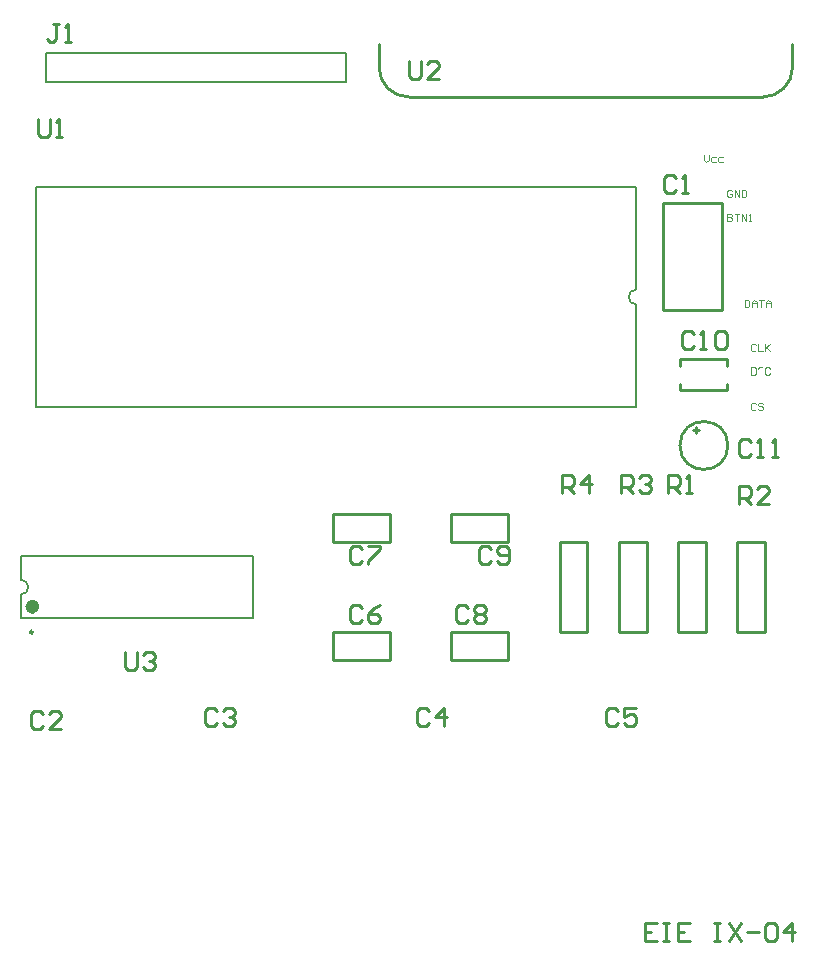
<source format=gto>
G04 Layer_Color=15132400*
%FSLAX25Y25*%
%MOIN*%
G70*
G01*
G75*
%ADD25C,0.01000*%
%ADD26C,0.00787*%
%ADD27C,0.00984*%
%ADD28C,0.02362*%
%ADD29C,0.00433*%
D25*
X307213Y228346D02*
G03*
X307213Y228346I-8000J0D01*
G01*
X296713Y232347D02*
Y234347D01*
X295713Y233347D02*
X297713D01*
X194539Y196287D02*
Y205287D01*
X175539Y205513D02*
X194588D01*
X175539Y196287D02*
Y205513D01*
Y196287D02*
X194539D01*
Y205287D02*
X194588Y205513D01*
X233909Y196287D02*
Y205287D01*
X214909Y205513D02*
X233958D01*
X214909Y196287D02*
Y205513D01*
Y196287D02*
X233909D01*
Y205287D02*
X233958Y205513D01*
X285433Y273622D02*
Y309055D01*
Y273622D02*
X305118D01*
X285433Y309055D02*
X305118D01*
Y273622D02*
Y309055D01*
X291339Y246850D02*
X307087D01*
X291339Y257087D02*
X307087D01*
X291339Y254724D02*
Y257087D01*
X307087Y254724D02*
Y257087D01*
Y246976D02*
Y248819D01*
X291339Y246850D02*
Y248819D01*
X251180Y196102D02*
X260406D01*
X251180Y166102D02*
Y196102D01*
Y166102D02*
X260406D01*
Y196102D01*
X270865D02*
X280091D01*
X270865Y166102D02*
Y196102D01*
Y166102D02*
X280091D01*
Y196102D01*
X290550D02*
X299776D01*
X290550Y166102D02*
Y196102D01*
Y166102D02*
X299776D01*
Y196102D01*
X310235D02*
X319461D01*
X310235Y166102D02*
Y196102D01*
Y166102D02*
X319461D01*
Y196102D01*
X194539Y156917D02*
Y165917D01*
X175539Y166143D02*
X194588D01*
X175539Y156917D02*
Y166143D01*
Y156917D02*
X194539D01*
Y165917D02*
X194588Y166143D01*
X233909Y156917D02*
Y165917D01*
X214909Y166143D02*
X233958D01*
X214909Y156917D02*
Y166143D01*
Y156917D02*
X233909D01*
Y165917D02*
X233958Y166143D01*
X78802Y138857D02*
X77802Y139856D01*
X75803D01*
X74803Y138857D01*
Y134858D01*
X75803Y133858D01*
X77802D01*
X78802Y134858D01*
X84800Y133858D02*
X80801D01*
X84800Y137857D01*
Y138857D01*
X83800Y139856D01*
X81801D01*
X80801Y138857D01*
X315022Y229408D02*
X314023Y230408D01*
X312023D01*
X311024Y229408D01*
Y225409D01*
X312023Y224410D01*
X314023D01*
X315022Y225409D01*
X317022Y224410D02*
X319021D01*
X318021D01*
Y230408D01*
X317022Y229408D01*
X322020Y224410D02*
X324019D01*
X323020D01*
Y230408D01*
X322020Y229408D01*
X106299Y159541D02*
Y154543D01*
X107299Y153543D01*
X109298D01*
X110298Y154543D01*
Y159541D01*
X112297Y158542D02*
X113297Y159541D01*
X115296D01*
X116296Y158542D01*
Y157542D01*
X115296Y156542D01*
X114297D01*
X115296D01*
X116296Y155543D01*
Y154543D01*
X115296Y153543D01*
X113297D01*
X112297Y154543D01*
X185101Y193975D02*
X184101Y194974D01*
X182102D01*
X181102Y193975D01*
Y189976D01*
X182102Y188976D01*
X184101D01*
X185101Y189976D01*
X187100Y194974D02*
X191099D01*
Y193975D01*
X187100Y189976D01*
Y188976D01*
X228408Y193975D02*
X227409Y194974D01*
X225409D01*
X224410Y193975D01*
Y189976D01*
X225409Y188976D01*
X227409D01*
X228408Y189976D01*
X230408D02*
X231407Y188976D01*
X233406D01*
X234406Y189976D01*
Y193975D01*
X233406Y194974D01*
X231407D01*
X230408Y193975D01*
Y192975D01*
X231407Y191975D01*
X234406D01*
X283526Y68990D02*
X279528D01*
Y62992D01*
X283526D01*
X279528Y65991D02*
X281527D01*
X285526Y68990D02*
X287525D01*
X286525D01*
Y62992D01*
X285526D01*
X287525D01*
X294523Y68990D02*
X290524D01*
Y62992D01*
X294523D01*
X290524Y65991D02*
X292523D01*
X302520Y68990D02*
X304520D01*
X303520D01*
Y62992D01*
X302520D01*
X304520D01*
X307519Y68990D02*
X311517Y62992D01*
Y68990D02*
X307519Y62992D01*
X313517Y65991D02*
X317515D01*
X319515Y67990D02*
X320514Y68990D01*
X322514D01*
X323513Y67990D01*
Y63992D01*
X322514Y62992D01*
X320514D01*
X319515Y63992D01*
Y67990D01*
X328512Y62992D02*
Y68990D01*
X325513Y65991D01*
X329511D01*
X289924Y317587D02*
X288925Y318587D01*
X286925D01*
X285926Y317587D01*
Y313588D01*
X286925Y312589D01*
X288925D01*
X289924Y313588D01*
X291924Y312589D02*
X293923D01*
X292923D01*
Y318587D01*
X291924Y317587D01*
X84418Y368727D02*
X82419D01*
X83419D01*
Y363729D01*
X82419Y362729D01*
X81419D01*
X80420Y363729D01*
X86418Y362729D02*
X88417D01*
X87417D01*
Y368727D01*
X86418Y367727D01*
X77273Y337197D02*
Y332199D01*
X78273Y331199D01*
X80272D01*
X81272Y332199D01*
Y337197D01*
X83271Y331199D02*
X85271D01*
X84271D01*
Y337197D01*
X83271Y336198D01*
X200787Y356392D02*
Y351393D01*
X201787Y350394D01*
X203786D01*
X204786Y351393D01*
Y356392D01*
X210784Y350394D02*
X206785D01*
X210784Y354392D01*
Y355392D01*
X209785Y356392D01*
X207785D01*
X206785Y355392D01*
X136866Y139911D02*
X135866Y140910D01*
X133867D01*
X132867Y139911D01*
Y135912D01*
X133867Y134912D01*
X135866D01*
X136866Y135912D01*
X138865Y139911D02*
X139865Y140910D01*
X141864D01*
X142864Y139911D01*
Y138911D01*
X141864Y137911D01*
X140865D01*
X141864D01*
X142864Y136912D01*
Y135912D01*
X141864Y134912D01*
X139865D01*
X138865Y135912D01*
X207732Y139911D02*
X206733Y140910D01*
X204733D01*
X203733Y139911D01*
Y135912D01*
X204733Y134912D01*
X206733D01*
X207732Y135912D01*
X212731Y134912D02*
Y140910D01*
X209732Y137911D01*
X213730D01*
X270724Y139911D02*
X269725Y140910D01*
X267725D01*
X266726Y139911D01*
Y135912D01*
X267725Y134912D01*
X269725D01*
X270724Y135912D01*
X276722Y140910D02*
X272724D01*
Y137911D01*
X274723Y138911D01*
X275723D01*
X276722Y137911D01*
Y135912D01*
X275723Y134912D01*
X273723D01*
X272724Y135912D01*
X185101Y174290D02*
X184101Y175289D01*
X182102D01*
X181102Y174290D01*
Y170291D01*
X182102Y169291D01*
X184101D01*
X185101Y170291D01*
X191099Y175289D02*
X189100Y174290D01*
X187100Y172290D01*
Y170291D01*
X188100Y169291D01*
X190100D01*
X191099Y170291D01*
Y171291D01*
X190100Y172290D01*
X187100D01*
X220534Y174290D02*
X219534Y175289D01*
X217535D01*
X216535Y174290D01*
Y170291D01*
X217535Y169291D01*
X219534D01*
X220534Y170291D01*
X222533Y174290D02*
X223533Y175289D01*
X225533D01*
X226532Y174290D01*
Y173290D01*
X225533Y172290D01*
X226532Y171291D01*
Y170291D01*
X225533Y169291D01*
X223533D01*
X222533Y170291D01*
Y171291D01*
X223533Y172290D01*
X222533Y173290D01*
Y174290D01*
X223533Y172290D02*
X225533D01*
X295861Y265617D02*
X294862Y266617D01*
X292862D01*
X291863Y265617D01*
Y261618D01*
X292862Y260618D01*
X294862D01*
X295861Y261618D01*
X297861Y260618D02*
X299860D01*
X298860D01*
Y266617D01*
X297861Y265617D01*
X302859D02*
X303859Y266617D01*
X305858D01*
X306858Y265617D01*
Y261618D01*
X305858Y260618D01*
X303859D01*
X302859Y261618D01*
Y265617D01*
X287402Y212598D02*
Y218597D01*
X290401D01*
X291400Y217597D01*
Y215598D01*
X290401Y214598D01*
X287402D01*
X289401D02*
X291400Y212598D01*
X293400D02*
X295399D01*
X294399D01*
Y218597D01*
X293400Y217597D01*
X311024Y208661D02*
Y214660D01*
X314023D01*
X315022Y213660D01*
Y211660D01*
X314023Y210661D01*
X311024D01*
X313023D02*
X315022Y208661D01*
X321020D02*
X317022D01*
X321020Y212660D01*
Y213660D01*
X320021Y214660D01*
X318021D01*
X317022Y213660D01*
X271654Y212598D02*
Y218597D01*
X274653D01*
X275652Y217597D01*
Y215598D01*
X274653Y214598D01*
X271654D01*
X273653D02*
X275652Y212598D01*
X277652Y217597D02*
X278651Y218597D01*
X280651D01*
X281650Y217597D01*
Y216597D01*
X280651Y215598D01*
X279651D01*
X280651D01*
X281650Y214598D01*
Y213598D01*
X280651Y212598D01*
X278651D01*
X277652Y213598D01*
X251969Y212598D02*
Y218597D01*
X254967D01*
X255967Y217597D01*
Y215598D01*
X254967Y214598D01*
X251969D01*
X253968D02*
X255967Y212598D01*
X260966D02*
Y218597D01*
X257967Y215598D01*
X261965D01*
D26*
X71457Y178602D02*
G03*
X71457Y183602I0J2500D01*
G01*
X276654Y280335D02*
G03*
X276654Y275335I0J-2500D01*
G01*
X71457Y170669D02*
X149016D01*
X71457Y191535D02*
X149016D01*
X71457Y170669D02*
Y178602D01*
Y183602D02*
Y191535D01*
X149016Y170669D02*
Y191535D01*
X179921Y349409D02*
Y359252D01*
X79921D02*
X179921D01*
X79921Y349409D02*
Y359252D01*
Y349409D02*
X179921D01*
X276654Y280335D02*
Y314626D01*
Y241043D02*
Y275335D01*
X76654Y241043D02*
X276654D01*
X76654D02*
Y314626D01*
X276654D01*
D27*
X75610Y166102D02*
G03*
X75610Y166102I-492J0D01*
G01*
X318898Y344488D02*
G03*
X328740Y354331I0J9843D01*
G01*
X190945D02*
G03*
X200787Y344488I9843J0D01*
G01*
X190945Y354331D02*
Y362205D01*
X328740Y354331D02*
Y362205D01*
X200787Y344488D02*
X318898D01*
D28*
X76575Y174606D02*
G03*
X76575Y174606I-1181J0D01*
G01*
D29*
X316535Y242125D02*
X316141Y242519D01*
X315354D01*
X314961Y242125D01*
Y240551D01*
X315354Y240158D01*
X316141D01*
X316535Y240551D01*
X318896Y242125D02*
X318503Y242519D01*
X317716D01*
X317322Y242125D01*
Y241732D01*
X317716Y241338D01*
X318503D01*
X318896Y240945D01*
Y240551D01*
X318503Y240158D01*
X317716D01*
X317322Y240551D01*
X314961Y254330D02*
Y251969D01*
X316141D01*
X316535Y252362D01*
Y253936D01*
X316141Y254330D01*
X314961D01*
X317322Y253936D02*
X317716Y254330D01*
X318503D01*
X318896Y254724D01*
X321258Y253936D02*
X320864Y254330D01*
X320077D01*
X319684Y253936D01*
Y252362D01*
X320077Y251969D01*
X320864D01*
X321258Y252362D01*
X316535Y261810D02*
X316141Y262204D01*
X315354D01*
X314961Y261810D01*
Y260236D01*
X315354Y259842D01*
X316141D01*
X316535Y260236D01*
X317322Y262204D02*
Y259842D01*
X318896D01*
X319684Y262204D02*
Y259842D01*
Y260630D01*
X321258Y262204D01*
X320077Y261023D01*
X321258Y259842D01*
X312830Y276861D02*
Y274499D01*
X314011D01*
X314404Y274893D01*
Y276467D01*
X314011Y276861D01*
X312830D01*
X315191Y274499D02*
Y276073D01*
X315979Y276861D01*
X316766Y276073D01*
Y274499D01*
Y275680D01*
X315191D01*
X317553Y276861D02*
X319127D01*
X318340D01*
Y274499D01*
X319914D02*
Y276073D01*
X320702Y276861D01*
X321489Y276073D01*
Y274499D01*
Y275680D01*
X319914D01*
X307087Y305511D02*
Y303150D01*
X308267D01*
X308661Y303543D01*
Y303937D01*
X308267Y304330D01*
X307087D01*
X308267D01*
X308661Y304724D01*
Y305118D01*
X308267Y305511D01*
X307087D01*
X309448D02*
X311022D01*
X310235D01*
Y303150D01*
X311809D02*
Y305511D01*
X313384Y303150D01*
Y305511D01*
X314171Y303150D02*
X314958D01*
X314564D01*
Y305511D01*
X314171Y305118D01*
X308661Y312991D02*
X308267Y313385D01*
X307480D01*
X307087Y312991D01*
Y311417D01*
X307480Y311024D01*
X308267D01*
X308661Y311417D01*
Y312204D01*
X307874D01*
X309448Y311024D02*
Y313385D01*
X311022Y311024D01*
Y313385D01*
X311809D02*
Y311024D01*
X312990D01*
X313384Y311417D01*
Y312991D01*
X312990Y313385D01*
X311809D01*
X299213Y325196D02*
Y323622D01*
X300000Y322835D01*
X300787Y323622D01*
Y325196D01*
X303148Y324409D02*
X301968D01*
X301574Y324015D01*
Y323228D01*
X301968Y322835D01*
X303148D01*
X305510Y324409D02*
X304329D01*
X303936Y324015D01*
Y323228D01*
X304329Y322835D01*
X305510D01*
M02*

</source>
